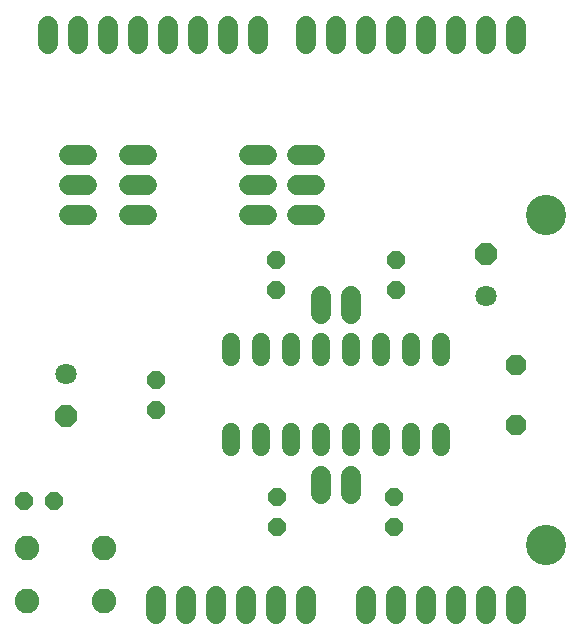
<source format=gbs>
G75*
G70*
%OFA0B0*%
%FSLAX24Y24*%
%IPPOS*%
%LPD*%
%AMOC8*
5,1,8,0,0,1.08239X$1,22.5*
%
%ADD10C,0.1340*%
%ADD11C,0.0680*%
%ADD12OC8,0.0600*%
%ADD13OC8,0.0710*%
%ADD14C,0.0710*%
%ADD15C,0.0600*%
%ADD16OC8,0.0680*%
%ADD17C,0.0820*%
D10*
X018794Y003151D03*
X018794Y014151D03*
D11*
X017794Y019851D02*
X017794Y020451D01*
X016794Y020451D02*
X016794Y019851D01*
X015794Y019851D02*
X015794Y020451D01*
X014794Y020451D02*
X014794Y019851D01*
X013794Y019851D02*
X013794Y020451D01*
X012794Y020451D02*
X012794Y019851D01*
X011794Y019851D02*
X011794Y020451D01*
X010794Y020451D02*
X010794Y019851D01*
X009194Y019851D02*
X009194Y020451D01*
X008194Y020451D02*
X008194Y019851D01*
X007194Y019851D02*
X007194Y020451D01*
X006194Y020451D02*
X006194Y019851D01*
X005194Y019851D02*
X005194Y020451D01*
X004194Y020451D02*
X004194Y019851D01*
X003194Y019851D02*
X003194Y020451D01*
X002194Y020451D02*
X002194Y019851D01*
X002894Y016151D02*
X003494Y016151D01*
X003494Y015151D02*
X002894Y015151D01*
X002894Y014151D02*
X003494Y014151D01*
X004894Y014151D02*
X005494Y014151D01*
X005494Y015151D02*
X004894Y015151D01*
X004894Y016151D02*
X005494Y016151D01*
X008894Y016151D02*
X009494Y016151D01*
X009494Y015151D02*
X008894Y015151D01*
X008894Y014151D02*
X009494Y014151D01*
X010494Y014151D02*
X011094Y014151D01*
X011094Y015151D02*
X010494Y015151D01*
X010494Y016151D02*
X011094Y016151D01*
X011294Y011451D02*
X011294Y010851D01*
X012294Y010851D02*
X012294Y011451D01*
X012294Y005451D02*
X012294Y004851D01*
X011294Y004851D02*
X011294Y005451D01*
X010794Y001451D02*
X010794Y000851D01*
X009794Y000851D02*
X009794Y001451D01*
X008794Y001451D02*
X008794Y000851D01*
X007794Y000851D02*
X007794Y001451D01*
X006794Y001451D02*
X006794Y000851D01*
X005794Y000851D02*
X005794Y001451D01*
X012794Y001451D02*
X012794Y000851D01*
X013794Y000851D02*
X013794Y001451D01*
X014794Y001451D02*
X014794Y000851D01*
X015794Y000851D02*
X015794Y001451D01*
X016794Y001451D02*
X016794Y000851D01*
X017794Y000851D02*
X017794Y001451D01*
D12*
X013723Y003722D03*
X013723Y004722D03*
X009849Y004722D03*
X009849Y003722D03*
X005794Y007651D03*
X005794Y008651D03*
X002388Y004616D03*
X001388Y004616D03*
X009794Y011651D03*
X009794Y012651D03*
X013794Y012651D03*
X013794Y011651D03*
D13*
X016794Y012851D03*
X002794Y007451D03*
D14*
X002794Y008851D03*
X016794Y011451D03*
D15*
X015294Y009911D02*
X015294Y009391D01*
X014294Y009391D02*
X014294Y009911D01*
X013294Y009911D02*
X013294Y009391D01*
X012294Y009391D02*
X012294Y009911D01*
X011294Y009911D02*
X011294Y009391D01*
X010294Y009391D02*
X010294Y009911D01*
X009294Y009911D02*
X009294Y009391D01*
X008294Y009391D02*
X008294Y009911D01*
X008294Y006911D02*
X008294Y006391D01*
X009294Y006391D02*
X009294Y006911D01*
X010294Y006911D02*
X010294Y006391D01*
X011294Y006391D02*
X011294Y006911D01*
X012294Y006911D02*
X012294Y006391D01*
X013294Y006391D02*
X013294Y006911D01*
X014294Y006911D02*
X014294Y006391D01*
X015294Y006391D02*
X015294Y006911D01*
D16*
X017794Y007151D03*
X017794Y009151D03*
D17*
X001514Y001261D03*
X001514Y003041D03*
X004074Y003041D03*
X004074Y001261D03*
M02*

</source>
